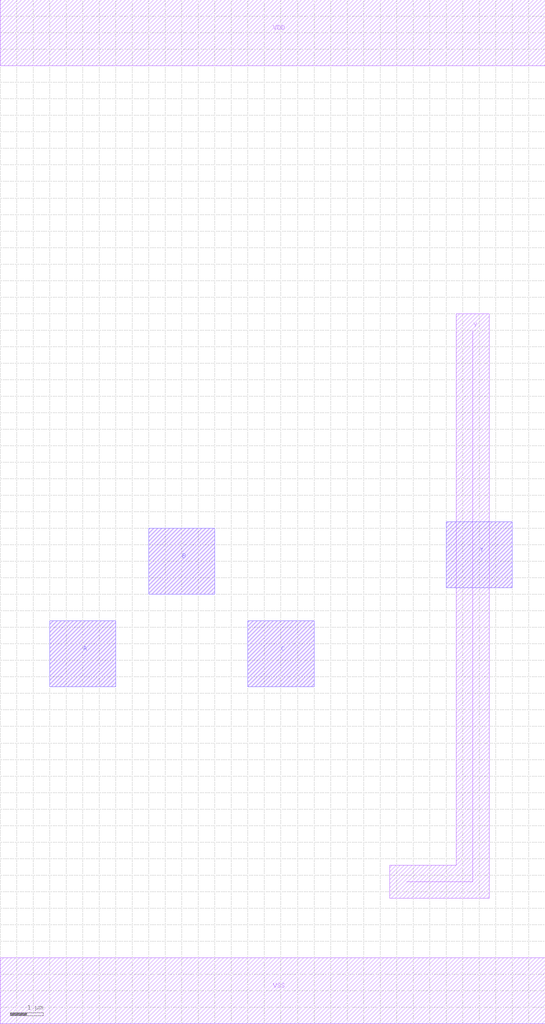
<source format=lef>
VERSION 5.3 ;

NAMESCASESENSITIVE ON ;

UNITS
  DATABASE MICRONS 1000 ;
END UNITS











MACRO an31
  CLASS BLOCK ;
  PIN A
    DIRECTION INPUT ;
    PORT
      LAYER ML1 ;
        POLYGON 1.000 9.700  1.000 11.700  3.000 11.700  3.000 9.700  1.000 
        9.700  ;
    END
    PORT
      LAYER ML2 ;
        POLYGON 1.000 9.700  1.000 11.700  3.000 11.700  3.000 9.700  1.000 
        9.700  ;
    END
  END A
  PIN B
    DIRECTION INPUT ;
    PORT
      LAYER ML1 ;
        POLYGON 4.000 12.500  4.000 14.500  6.000 14.500  6.000 12.500  4.000 
        12.500  ;
    END
    PORT
      LAYER ML2 ;
        POLYGON 4.000 12.500  4.000 14.500  6.000 14.500  6.000 12.500  4.000 
        12.500  ;
    END
  END B
  PIN C
    DIRECTION INPUT ;
    PORT
      LAYER ML2 ;
        POLYGON 7.000 9.700  7.000 11.700  9.000 11.700  9.000 9.700  7.000 
        9.700  ;
    END
    PORT
      LAYER ML1 ;
        POLYGON 7.000 9.700  7.000 11.700  9.000 11.700  9.000 9.700  7.000 
        9.700  ;
    END
  END C
  PIN VDD
    DIRECTION INOUT ;
    PORT
      LAYER ML1 ;
        RECT -0.500 28.500  16.000 30.500  ;
    END
  END VDD
  PIN VSS
    DIRECTION INOUT ;
    PORT
      LAYER ML1 ;
        RECT -0.500 -0.500  16.000 1.500  ;
    END
  END VSS
  PIN Y
    DIRECTION OUTPUT ;
    PORT
      LAYER ML2 ;
        POLYGON 13.000 12.700  13.000 14.700  15.000 14.700  15.000 12.700  
        13.000 12.700  ;
    END
    PORT
      LAYER ML1 ;
        POLYGON 13.000 12.700  13.000 14.700  15.000 14.700  15.000 12.700  
        13.000 12.700  ;
    END
    PORT
      LAYER ML1 ;
        WIDTH 1.000  ;
        PATH 13.800 20.500 13.800 3.800 11.800 3.800  ;
    END
  END Y
  OBS
    VIA 1.800 22.500  dcont ;
    VIA 1.800 20.500  dcont ;
    VIA 1.800 3.800  dcont ;
    VIA 1.800 24.500  dcont ;
    VIA 4.800 22.500  dcont ;
    VIA 4.800 20.500  dcont ;
    VIA 4.800 24.500  dcont ;
    VIA 7.800 24.500  dcont ;
    VIA 7.800 22.500  dcont ;
    VIA 7.800 20.500  dcont ;
    VIA 8.800 3.800  dcont ;
    VIA 10.800 24.500  dcont ;
    VIA 10.800 22.500  dcont ;
    VIA 10.800 20.500  dcont ;
    VIA 11.800 3.800  dcont ;
    VIA 13.800 20.500  dcont ;
    VIA 13.800 22.500  dcont ;
    VIA 13.800 24.500  dcont ;
    VIA 5.000 13.500  pcont ;
    VIA 5.500 29.500  nsubcont ;
    VIA 8.000 10.700  pcont ;
    VIA 11.300 10.500  pcont ;
    VIA 2.000 10.700  pcont ;
    VIA 5.000 0.500  psubcont ;
    VIA 2.000 10.700  Via ;
    VIA 8.000 10.700  Via ;
    VIA 5.000 13.500  Via ;
    VIA 14.000 13.700  Via ;
  END
END an31

MACRO dcont
  CLASS BLOCK ;
END dcont

MACRO pcont
  CLASS BLOCK ;
END pcont

MACRO nsubcont
  CLASS BLOCK ;
  OBS
    VIA 0.000 0.000  dcont ;
  END
END nsubcont

MACRO psubcont
  CLASS BLOCK ;
  OBS
    VIA 0.000 0.000  dcont ;
  END
END psubcont

MACRO Via
  CLASS BLOCK ;
END Via


END LIBRARY

</source>
